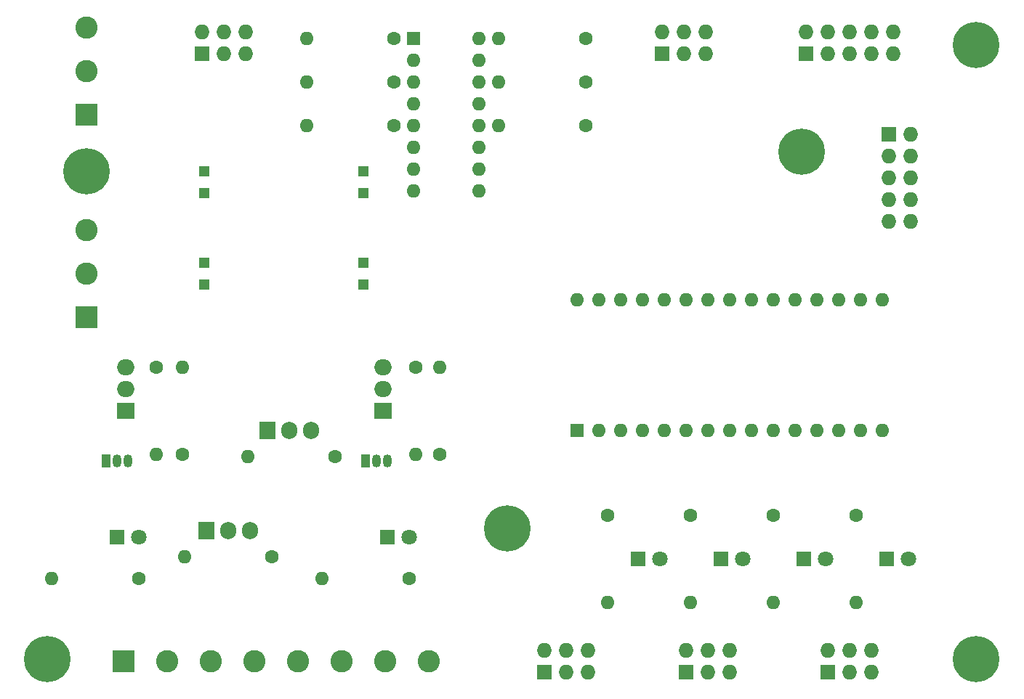
<source format=gts>
G04 #@! TF.FileFunction,Soldermask,Top*
%FSLAX46Y46*%
G04 Gerber Fmt 4.6, Leading zero omitted, Abs format (unit mm)*
G04 Created by KiCad (PCBNEW 4.0.7) date Sun Dec 23 23:36:25 2018*
%MOMM*%
%LPD*%
G01*
G04 APERTURE LIST*
%ADD10C,0.100000*%
%ADD11C,5.400000*%
%ADD12R,1.600000X1.600000*%
%ADD13O,1.600000X1.600000*%
%ADD14R,1.727200X1.727200*%
%ADD15O,1.727200X1.727200*%
%ADD16R,2.600000X2.600000*%
%ADD17C,2.600000*%
%ADD18O,1.050000X1.500000*%
%ADD19R,1.050000X1.500000*%
%ADD20R,2.000000X1.905000*%
%ADD21O,2.000000X1.905000*%
%ADD22C,1.600000*%
%ADD23R,1.308000X1.308000*%
%ADD24R,1.800000X1.800000*%
%ADD25C,1.800000*%
%ADD26R,1.905000X2.000000*%
%ADD27O,1.905000X2.000000*%
G04 APERTURE END LIST*
D10*
D11*
X96520000Y-83566000D03*
D12*
X153670000Y-113792000D03*
D13*
X186690000Y-98552000D03*
X156210000Y-113792000D03*
X184150000Y-98552000D03*
X158750000Y-113792000D03*
X181610000Y-98552000D03*
X161290000Y-113792000D03*
X179070000Y-98552000D03*
X163830000Y-113792000D03*
X176530000Y-98552000D03*
X166370000Y-113792000D03*
X173990000Y-98552000D03*
X168910000Y-113792000D03*
X171450000Y-98552000D03*
X171450000Y-113792000D03*
X168910000Y-98552000D03*
X173990000Y-113792000D03*
X166370000Y-98552000D03*
X176530000Y-113792000D03*
X163830000Y-98552000D03*
X179070000Y-113792000D03*
X161290000Y-98552000D03*
X181610000Y-113792000D03*
X158750000Y-98552000D03*
X184150000Y-113792000D03*
X156210000Y-98552000D03*
X186690000Y-113792000D03*
X153670000Y-98552000D03*
X189230000Y-113792000D03*
X189230000Y-98552000D03*
D14*
X149860000Y-141986000D03*
D15*
X149860000Y-139446000D03*
X152400000Y-141986000D03*
X152400000Y-139446000D03*
X154940000Y-141986000D03*
X154940000Y-139446000D03*
D14*
X182880000Y-141986000D03*
D15*
X182880000Y-139446000D03*
X185420000Y-141986000D03*
X185420000Y-139446000D03*
X187960000Y-141986000D03*
X187960000Y-139446000D03*
D14*
X180340000Y-69850000D03*
D15*
X180340000Y-67310000D03*
X182880000Y-69850000D03*
X182880000Y-67310000D03*
X185420000Y-69850000D03*
X185420000Y-67310000D03*
X187960000Y-69850000D03*
X187960000Y-67310000D03*
X190500000Y-69850000D03*
X190500000Y-67310000D03*
D14*
X163576000Y-69850000D03*
D15*
X163576000Y-67310000D03*
X166116000Y-69850000D03*
X166116000Y-67310000D03*
X168656000Y-69850000D03*
X168656000Y-67310000D03*
D14*
X189992000Y-79248000D03*
D15*
X192532000Y-79248000D03*
X189992000Y-81788000D03*
X192532000Y-81788000D03*
X189992000Y-84328000D03*
X192532000Y-84328000D03*
X189992000Y-86868000D03*
X192532000Y-86868000D03*
X189992000Y-89408000D03*
X192532000Y-89408000D03*
D14*
X109982000Y-69850000D03*
D15*
X109982000Y-67310000D03*
X112522000Y-69850000D03*
X112522000Y-67310000D03*
X115062000Y-69850000D03*
X115062000Y-67310000D03*
D14*
X166370000Y-141986000D03*
D15*
X166370000Y-139446000D03*
X168910000Y-141986000D03*
X168910000Y-139446000D03*
X171450000Y-141986000D03*
X171450000Y-139446000D03*
D16*
X96520000Y-100584000D03*
D17*
X96520000Y-95504000D03*
X96520000Y-90424000D03*
D16*
X100838000Y-140716000D03*
D17*
X105918000Y-140716000D03*
X110998000Y-140716000D03*
X116078000Y-140716000D03*
X121158000Y-140716000D03*
X126238000Y-140716000D03*
X131318000Y-140716000D03*
X136398000Y-140716000D03*
D18*
X100076000Y-117348000D03*
X101346000Y-117348000D03*
D19*
X98806000Y-117348000D03*
D20*
X101092000Y-111506000D03*
D21*
X101092000Y-108966000D03*
X101092000Y-106426000D03*
D18*
X130302000Y-117348000D03*
X131572000Y-117348000D03*
D19*
X129032000Y-117348000D03*
D20*
X131064000Y-111506000D03*
D21*
X131064000Y-108966000D03*
X131064000Y-106426000D03*
D22*
X132334000Y-68072000D03*
D13*
X122174000Y-68072000D03*
D22*
X132334000Y-73152000D03*
D13*
X122174000Y-73152000D03*
D22*
X154686000Y-68072000D03*
D13*
X144526000Y-68072000D03*
D22*
X154686000Y-78232000D03*
D13*
X144526000Y-78232000D03*
D22*
X107696000Y-116586000D03*
D13*
X107696000Y-106426000D03*
D22*
X104648000Y-106426000D03*
D13*
X104648000Y-116586000D03*
D22*
X137668000Y-116586000D03*
D13*
X137668000Y-106426000D03*
D22*
X134874000Y-106426000D03*
D13*
X134874000Y-116586000D03*
D22*
X154686000Y-73152000D03*
D13*
X144526000Y-73152000D03*
D23*
X110236000Y-83566000D03*
X110236000Y-86106000D03*
X110236000Y-94234000D03*
X110236000Y-96774000D03*
X128778000Y-96774000D03*
X128778000Y-94234000D03*
X128778000Y-86106000D03*
X128778000Y-83566000D03*
D12*
X134620000Y-68072000D03*
D13*
X142240000Y-85852000D03*
X134620000Y-70612000D03*
X142240000Y-83312000D03*
X134620000Y-73152000D03*
X142240000Y-80772000D03*
X134620000Y-75692000D03*
X142240000Y-78232000D03*
X134620000Y-78232000D03*
X142240000Y-75692000D03*
X134620000Y-80772000D03*
X142240000Y-73152000D03*
X134620000Y-83312000D03*
X142240000Y-70612000D03*
X134620000Y-85852000D03*
X142240000Y-68072000D03*
D11*
X200152000Y-68834000D03*
X200152000Y-140462000D03*
X91948000Y-140462000D03*
X179832000Y-81280000D03*
X145542000Y-125222000D03*
D24*
X170434000Y-128778000D03*
D25*
X172974000Y-128778000D03*
D24*
X189738000Y-128778000D03*
D25*
X192278000Y-128778000D03*
D24*
X160782000Y-128778000D03*
D25*
X163322000Y-128778000D03*
D24*
X180086000Y-128778000D03*
D25*
X182626000Y-128778000D03*
D24*
X131572000Y-126238000D03*
D25*
X134112000Y-126238000D03*
D24*
X100076000Y-126238000D03*
D25*
X102616000Y-126238000D03*
D22*
X166878000Y-123698000D03*
D13*
X166878000Y-133858000D03*
D22*
X186182000Y-123698000D03*
D13*
X186182000Y-133858000D03*
D22*
X157226000Y-123698000D03*
D13*
X157226000Y-133858000D03*
D22*
X176530000Y-123698000D03*
D13*
X176530000Y-133858000D03*
D22*
X134112000Y-131064000D03*
D13*
X123952000Y-131064000D03*
D22*
X102616000Y-131064000D03*
D13*
X92456000Y-131064000D03*
D26*
X117602000Y-113792000D03*
D27*
X120142000Y-113792000D03*
X122682000Y-113792000D03*
D26*
X110490000Y-125476000D03*
D27*
X113030000Y-125476000D03*
X115570000Y-125476000D03*
D22*
X125476000Y-116840000D03*
D13*
X115316000Y-116840000D03*
D22*
X118110000Y-128524000D03*
D13*
X107950000Y-128524000D03*
D22*
X132334000Y-78232000D03*
D13*
X122174000Y-78232000D03*
D16*
X96520000Y-76962000D03*
D17*
X96520000Y-71882000D03*
X96520000Y-66802000D03*
M02*

</source>
